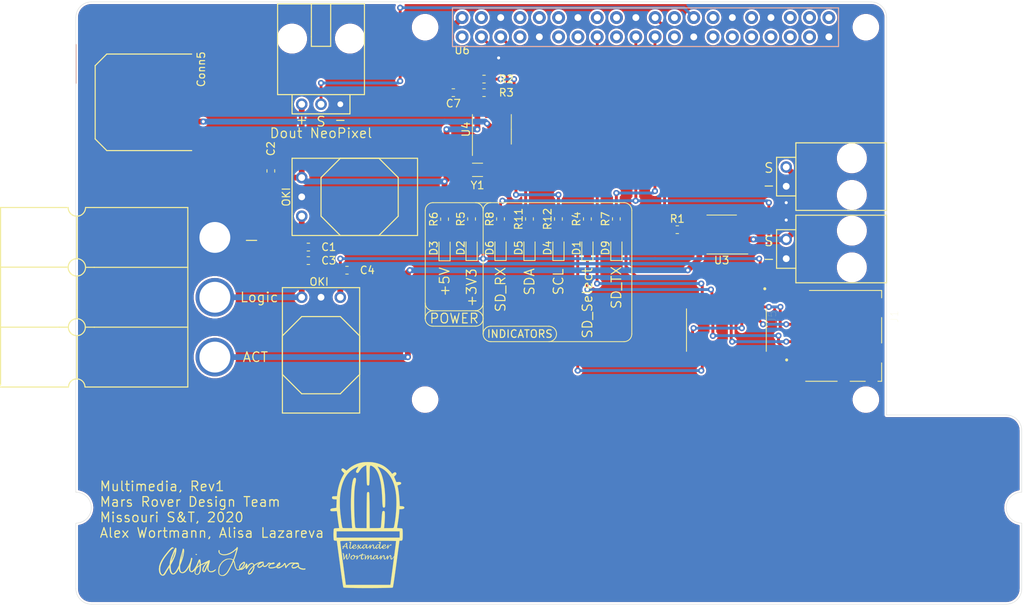
<source format=kicad_pcb>
(kicad_pcb (version 20171130) (host pcbnew "(5.1.6)-1")
  (layers (0 F.Cu signal) (31 B.Cu signal) (34 B.Paste user) (35 F.Paste user) (36 B.SilkS user) (37 F.SilkS user) (38 B.Mask user) (39 F.Mask user) (44 Edge.Cuts user))
  (net 0 "")
  (net 1 +12V)
  (net 2 GND)
  (net 3 +5V)
  (net 4 +3V3)
  (net 5 +12VA)
  (net 6 "Net-(Conn2-Pad1)")
  (net 7 Dout_NeoPixel)
  (net 8 "Net-(D1-Pad2)")
  (net 9 "Net-(D1-Pad1)")
  (net 10 "Net-(D2-Pad2)")
  (net 11 "Net-(D3-Pad2)")
  (net 12 "Net-(D4-Pad2)")
  (net 13 "Net-(D5-Pad2)")
  (net 14 "Net-(D6-Pad2)")
  (net 15 "Net-(D9-Pad2)")
  (net 16 "Net-(J1-Pad8)")
  (net 17 SD_RX)
  (net 18 "Net-(J1-Pad5)")
  (net 19 LightToggle)
  (net 20 "Net-(R1-Pad2)")
  (net 21 SDA)
  (net 22 SCL)
  (net 23 "Net-(R4-Pad2)")
  (net 24 SD_TX)
  (net 25 SD_Select)
  (net 26 "Net-(U4-Pad1)")
  (net 27 "Net-(U4-Pad2)")
  (net 28 "Net-(U4-Pad7)")
  (net 29 "Net-(U5-Pad3)")
  (net 30 "Net-(U5-Pad12)")
  (net 31 "Net-(U5-Pad15)")
  (net 32 "Net-(U6-Pad1)")
  (net 33 "Net-(U6-Pad4)")
  (net 34 "Net-(U6-Pad7)")
  (net 35 "Net-(U6-Pad8)")
  (net 36 "Net-(U6-Pad10)")
  (net 37 "Net-(U6-Pad11)")
  (net 38 "Net-(U6-Pad12)")
  (net 39 "Net-(U6-Pad16)")
  (net 40 "Net-(U6-Pad17)")
  (net 41 "Net-(U6-Pad23)")
  (net 42 "Net-(U6-Pad24)")
  (net 43 "Net-(U6-Pad27)")
  (net 44 "Net-(U6-Pad28)")
  (net 45 "Net-(U6-Pad29)")
  (net 46 "Net-(U6-Pad31)")
  (net 47 "Net-(U6-Pad32)")
  (net 48 "Net-(U6-Pad33)")
  (net 49 "Net-(U6-Pad35)")
  (net 50 "Net-(U6-Pad36)")
  (net 51 "Net-(U6-Pad37)")
  (net 52 "Net-(U6-Pad38)")
  (net 53 "Net-(U6-Pad40)")
  (net 54 "Net-(J1-Pad1)")
  (net 55 "Net-(J1-Pad3)")
  (net 56 "Net-(U6-Pad13)")
  (net 57 +5VA)
  (module Sigs:PricklySig (layer F.Cu) (at 134.112 111.252)
    (fp_text reference G*** hide)
    (fp_text value LOGO hide)
  )
  (module Sigs:Alisa_Lazareva_21mmx9mm (layer F.Cu) (at 116.332 114.808)
    (fp_text reference G*** hide)
    (fp_text value LOGO hide)
  )
  (module MRDT_Shields:RaspberryPi_THT_BOTTOM (layer F.Cu) (at 95.783001 96.291001)
    (fp_text reference U6 (at 50.8 -47.506) (layer F.SilkS))
    (fp_text value Raspberry_Pi)
    (pad 1 thru_hole circle (at 50.8 -49.276) (size 1.7 1.7) (drill 0.9) (layers *.Cu *.Mask) (net 32 "Net-(U6-Pad1)"))
    (pad 2 thru_hole circle (at 50.8 -51.816) (size 1.7 1.7) (drill 0.9) (layers *.Cu *.Mask) (net 3 +5V))
    (pad 3 thru_hole circle (at 53.34 -49.276) (size 1.7 1.7) (drill 0.9) (layers *.Cu *.Mask) (net 21 SDA))
    (pad 4 thru_hole circle (at 53.34 -51.816) (size 1.7 1.7) (drill 0.9) (layers *.Cu *.Mask) (net 33 "Net-(U6-Pad4)"))
    (pad 5 thru_hole circle (at 55.88 -49.276) (size 1.7 1.7) (drill 0.9) (layers *.Cu *.Mask) (net 22 SCL))
    (pad 6 thru_hole circle (at 55.88 -51.816) (size 1.7 1.7) (drill 0.9) (layers *.Cu *.Mask) (net 2 GND))
    (pad 7 thru_hole circle (at 58.42 -49.276) (size 1.7 1.7) (drill 0.9) (layers *.Cu *.Mask) (net 34 "Net-(U6-Pad7)"))
    (pad 8 thru_hole circle (at 58.42 -51.816) (size 1.7 1.7) (drill 0.9) (layers *.Cu *.Mask) (net 35 "Net-(U6-Pad8)"))
    (pad 9 thru_hole circle (at 60.96 -49.276) (size 1.7 1.7) (drill 0.9) (layers *.Cu *.Mask) (net 2 GND))
    (pad 10 thru_hole circle (at 60.96 -51.816) (size 1.7 1.7) (drill 0.9) (layers *.Cu *.Mask) (net 36 "Net-(U6-Pad10)"))
    (pad 11 thru_hole circle (at 63.5 -49.276) (size 1.7 1.7) (drill 0.9) (layers *.Cu *.Mask) (net 37 "Net-(U6-Pad11)"))
    (pad 12 thru_hole circle (at 63.5 -51.816) (size 1.7 1.7) (drill 0.9) (layers *.Cu *.Mask) (net 38 "Net-(U6-Pad12)"))
    (pad 13 thru_hole circle (at 66.04 -49.276) (size 1.7 1.7) (drill 0.9) (layers *.Cu *.Mask) (net 56 "Net-(U6-Pad13)"))
    (pad 14 thru_hole circle (at 66.04 -51.816) (size 1.7 1.7) (drill 0.9) (layers *.Cu *.Mask) (net 2 GND))
    (pad 15 thru_hole circle (at 68.58 -49.276) (size 1.7 1.7) (drill 0.9) (layers *.Cu *.Mask) (net 25 SD_Select))
    (pad 16 thru_hole circle (at 68.58 -51.816) (size 1.7 1.7) (drill 0.9) (layers *.Cu *.Mask) (net 39 "Net-(U6-Pad16)"))
    (pad 17 thru_hole circle (at 71.12 -49.276) (size 1.7 1.7) (drill 0.9) (layers *.Cu *.Mask) (net 40 "Net-(U6-Pad17)"))
    (pad 18 thru_hole circle (at 71.12 -51.816) (size 1.7 1.7) (drill 0.9) (layers *.Cu *.Mask))
    (pad 19 thru_hole circle (at 73.66 -49.276) (size 1.7 1.7) (drill 0.9) (layers *.Cu *.Mask) (net 17 SD_RX))
    (pad 20 thru_hole circle (at 73.66 -51.816) (size 1.7 1.7) (drill 0.9) (layers *.Cu *.Mask) (net 2 GND))
    (pad 21 thru_hole circle (at 76.2 -49.276) (size 1.7 1.7) (drill 0.9) (layers *.Cu *.Mask) (net 24 SD_TX))
    (pad 22 thru_hole circle (at 76.2 -51.816) (size 1.7 1.7) (drill 0.9) (layers *.Cu *.Mask) (net 19 LightToggle))
    (pad 23 thru_hole circle (at 78.74 -49.276) (size 1.7 1.7) (drill 0.9) (layers *.Cu *.Mask) (net 41 "Net-(U6-Pad23)"))
    (pad 24 thru_hole circle (at 78.74 -51.816) (size 1.7 1.7) (drill 0.9) (layers *.Cu *.Mask) (net 42 "Net-(U6-Pad24)"))
    (pad 25 thru_hole circle (at 81.28 -49.276) (size 1.7 1.7) (drill 0.9) (layers *.Cu *.Mask) (net 2 GND))
    (pad 26 thru_hole circle (at 81.28 -51.816) (size 1.7 1.7) (drill 0.9) (layers *.Cu *.Mask) (net 7 Dout_NeoPixel))
    (pad 27 thru_hole circle (at 83.82 -49.276) (size 1.7 1.7) (drill 0.9) (layers *.Cu *.Mask) (net 43 "Net-(U6-Pad27)"))
    (pad 28 thru_hole circle (at 83.82 -51.816) (size 1.7 1.7) (drill 0.9) (layers *.Cu *.Mask) (net 44 "Net-(U6-Pad28)"))
    (pad 29 thru_hole circle (at 86.36 -49.276) (size 1.7 1.7) (drill 0.9) (layers *.Cu *.Mask) (net 45 "Net-(U6-Pad29)"))
    (pad 30 thru_hole circle (at 86.36 -51.816) (size 1.7 1.7) (drill 0.9) (layers *.Cu *.Mask) (net 2 GND))
    (pad 31 thru_hole circle (at 88.9 -49.276) (size 1.7 1.7) (drill 0.9) (layers *.Cu *.Mask) (net 46 "Net-(U6-Pad31)"))
    (pad 32 thru_hole circle (at 88.9 -51.816) (size 1.7 1.7) (drill 0.9) (layers *.Cu *.Mask) (net 47 "Net-(U6-Pad32)"))
    (pad 33 thru_hole circle (at 91.44 -49.276) (size 1.7 1.7) (drill 0.9) (layers *.Cu *.Mask) (net 48 "Net-(U6-Pad33)"))
    (pad 34 thru_hole circle (at 91.44 -51.816) (size 1.7 1.7) (drill 0.9) (layers *.Cu *.Mask) (net 2 GND))
    (pad 35 thru_hole circle (at 93.98 -49.276) (size 1.7 1.7) (drill 0.9) (layers *.Cu *.Mask) (net 49 "Net-(U6-Pad35)"))
    (pad 36 thru_hole circle (at 93.98 -51.816) (size 1.7 1.7) (drill 0.9) (layers *.Cu *.Mask) (net 50 "Net-(U6-Pad36)"))
    (pad 37 thru_hole circle (at 96.52 -49.276) (size 1.7 1.7) (drill 0.9) (layers *.Cu *.Mask) (net 51 "Net-(U6-Pad37)"))
    (pad 38 thru_hole circle (at 96.52 -51.816) (size 1.7 1.7) (drill 0.9) (layers *.Cu *.Mask) (net 52 "Net-(U6-Pad38)"))
    (pad 39 thru_hole circle (at 99.06 -49.276) (size 1.7 1.7) (drill 0.9) (layers *.Cu *.Mask) (net 2 GND))
    (pad 40 thru_hole circle (at 99.06 -51.816) (size 1.7 1.7) (drill 0.9) (layers *.Cu *.Mask) (net 53 "Net-(U6-Pad40)"))
    (pad "" np_thru_hole circle (at 45.93 -50.546) (size 3 3) (drill 3) (layers *.Cu *.Mask))
    (pad "" np_thru_hole circle (at 45.93 -1.546) (size 3 3) (drill 3) (layers *.Cu *.Mask))
    (pad "" np_thru_hole circle (at 103.93 -50.546) (size 3 3) (drill 3) (layers *.Cu *.Mask))
    (pad "" np_thru_hole circle (at 103.93 -1.546) (size 3 3) (drill 3) (layers *.Cu *.Mask))
  )
  (module Multimedia:SOP127P780X200-16N (layer F.Cu) (at 181.356 85.598 270)
    (fp_text reference U5 (at -1.595 -6.062 90) (layer F.SilkS) (effects (font (thickness 0.015))))
    (fp_text value 4050)
    (pad 1 smd rect (at -3.465 -4.445 270) (size 1.97 0.61) (layers F.Cu F.Paste F.Mask) (net 4 +3V3))
    (pad 2 smd rect (at -3.465 -3.175 270) (size 1.97 0.61) (layers F.Cu F.Paste F.Mask) (net 18 "Net-(J1-Pad5)"))
    (pad 3 smd rect (at -3.465 -1.905 270) (size 1.97 0.61) (layers F.Cu F.Paste F.Mask) (net 29 "Net-(U5-Pad3)"))
    (pad 4 smd rect (at -3.465 -0.635 270) (size 1.97 0.61) (layers F.Cu F.Paste F.Mask) (net 55 "Net-(J1-Pad3)"))
    (pad 5 smd rect (at -3.465 0.635 270) (size 1.97 0.61) (layers F.Cu F.Paste F.Mask) (net 24 SD_TX))
    (pad 6 smd rect (at -3.465 1.905 270) (size 1.97 0.61) (layers F.Cu F.Paste F.Mask) (net 9 "Net-(D1-Pad1)"))
    (pad 7 smd rect (at -3.465 3.175 270) (size 1.97 0.61) (layers F.Cu F.Paste F.Mask) (net 25 SD_Select))
    (pad 8 smd rect (at -3.465 4.445 270) (size 1.97 0.61) (layers F.Cu F.Paste F.Mask) (net 2 GND))
    (pad 9 smd rect (at 3.465 4.445 270) (size 1.97 0.61) (layers F.Cu F.Paste F.Mask) (net 29 "Net-(U5-Pad3)"))
    (pad 10 smd rect (at 3.465 3.175 270) (size 1.97 0.61) (layers F.Cu F.Paste F.Mask) (net 23 "Net-(R4-Pad2)"))
    (pad 11 smd rect (at 3.465 1.905 270) (size 1.97 0.61) (layers F.Cu F.Paste F.Mask) (net 2 GND))
    (pad 12 smd rect (at 3.465 0.635 270) (size 1.97 0.61) (layers F.Cu F.Paste F.Mask) (net 30 "Net-(U5-Pad12)"))
    (pad 13 smd rect (at 3.465 -0.635 270) (size 1.97 0.61) (layers F.Cu F.Paste F.Mask))
    (pad 14 smd rect (at 3.465 -1.905 270) (size 1.97 0.61) (layers F.Cu F.Paste F.Mask) (net 2 GND))
    (pad 15 smd rect (at 3.465 -3.175 270) (size 1.97 0.61) (layers F.Cu F.Paste F.Mask) (net 31 "Net-(U5-Pad15)"))
    (pad 16 smd rect (at 3.465 -4.445 270) (size 1.97 0.61) (layers F.Cu F.Paste F.Mask))
  )
  (module Multimedia:MOLEX_104031-0811 (layer F.Cu) (at 196.088 86.36 270)
    (fp_text reference J1 (at -2.545225 -7.385735 90) (layer F.SilkS) (effects (font (size 1.002071 1.002071) (thickness 0.015))))
    (fp_text value 104031-0811)
    (pad G1 smd rect (at 5.565 5.325 270) (size 1.55 1.35) (layers F.Cu F.Paste F.Mask) (net 2 GND))
    (pad G2 smd rect (at -5.755 5.1 270) (size 1.17 1.8) (layers F.Cu F.Paste F.Mask) (net 2 GND))
    (pad G4 smd rect (at 2.24 -5.375 270) (size 1.9 1.35) (layers F.Cu F.Paste F.Mask) (net 2 GND))
    (pad G3 smd rect (at -3.73 -5.375 270) (size 1.9 1.35) (layers F.Cu F.Paste F.Mask) (net 2 GND))
    (pad 10 smd rect (at 5.74 -4.4 270) (size 1.2 1) (layers F.Cu F.Paste F.Mask) (net 2 GND))
    (pad 9 smd rect (at 5.74 -0.7 270) (size 1.2 1) (layers F.Cu F.Paste F.Mask) (net 2 GND))
    (pad 1 smd rect (at 3.105 5.45 270) (size 0.85 1.1) (layers F.Cu F.Paste F.Mask) (net 54 "Net-(J1-Pad1)"))
    (pad 2 smd rect (at 2.005 5.45 270) (size 0.85 1.1) (layers F.Cu F.Paste F.Mask) (net 9 "Net-(D1-Pad1)"))
    (pad 3 smd rect (at 0.905 5.45 270) (size 0.85 1.1) (layers F.Cu F.Paste F.Mask) (net 55 "Net-(J1-Pad3)"))
    (pad 4 smd rect (at -0.195 5.45 270) (size 0.85 1.1) (layers F.Cu F.Paste F.Mask) (net 4 +3V3))
    (pad 5 smd rect (at -1.295 5.45 270) (size 0.85 1.1) (layers F.Cu F.Paste F.Mask) (net 18 "Net-(J1-Pad5)"))
    (pad 6 smd rect (at -2.395 5.45 270) (size 0.85 1.1) (layers F.Cu F.Paste F.Mask) (net 2 GND))
    (pad 7 smd rect (at -3.495 5.45 270) (size 0.85 1.1) (layers F.Cu F.Paste F.Mask) (net 17 SD_RX))
    (pad 8 smd rect (at -4.545 5.45 270) (size 0.75 1.1) (layers F.Cu F.Paste F.Mask) (net 16 "Net-(J1-Pad8)"))
  )
  (module Capacitor_SMD:C_0603_1608Metric_Pad1.05x0.95mm_HandSolder (layer F.Cu) (at 126.351 74.676)
    (fp_text reference C1 (at 2.681 0) (layer F.SilkS))
    (fp_text value 10uF)
    (pad 1 smd roundrect (at -0.875 0) (size 1.05 0.95) (layers F.Cu F.Paste F.Mask) (net 1 +12V))
    (pad 2 smd roundrect (at 0.875 0) (size 1.05 0.95) (layers F.Cu F.Paste F.Mask) (net 2 GND))
  )
  (module Capacitor_SMD:C_0603_1608Metric_Pad1.05x0.95mm_HandSolder (layer F.Cu) (at 121.412 64.657 90)
    (fp_text reference C2 (at 2.935 0 90) (layer F.SilkS))
    (fp_text value 10uF)
    (pad 2 smd roundrect (at 0.875 0 90) (size 1.05 0.95) (layers F.Cu F.Paste F.Mask) (net 2 GND))
    (pad 1 smd roundrect (at -0.875 0 90) (size 1.05 0.95) (layers F.Cu F.Paste F.Mask) (net 3 +5V))
  )
  (module Capacitor_SMD:C_0603_1608Metric_Pad1.05x0.95mm_HandSolder (layer F.Cu) (at 126.351 76.454)
    (fp_text reference C3 (at 2.681 0) (layer F.SilkS))
    (fp_text value 10uF)
    (pad 1 smd roundrect (at -0.875 0) (size 1.05 0.95) (layers F.Cu F.Paste F.Mask) (net 1 +12V))
    (pad 2 smd roundrect (at 0.875 0) (size 1.05 0.95) (layers F.Cu F.Paste F.Mask) (net 2 GND))
  )
  (module Capacitor_SMD:C_0603_1608Metric_Pad1.05x0.95mm_HandSolder (layer F.Cu) (at 131.431 77.724)
    (fp_text reference C4 (at 2.681 0) (layer F.SilkS))
    (fp_text value 10uF)
    (pad 2 smd roundrect (at 0.875 0) (size 1.05 0.95) (layers F.Cu F.Paste F.Mask) (net 2 GND))
    (pad 1 smd roundrect (at -0.875 0) (size 1.05 0.95) (layers F.Cu F.Paste F.Mask) (net 4 +3V3))
  )
  (module Capacitor_SMD:C_0603_1608Metric_Pad1.05x0.95mm_HandSolder (layer F.Cu) (at 145.429 54.356 180)
    (fp_text reference C7 (at 0 -1.43) (layer F.SilkS))
    (fp_text value 10uF)
    (pad 1 smd roundrect (at -0.875 0 180) (size 1.05 0.95) (layers F.Cu F.Paste F.Mask) (net 3 +5V))
    (pad 2 smd roundrect (at 0.875 0 180) (size 1.05 0.95) (layers F.Cu F.Paste F.Mask) (net 2 GND))
  )
  (module MRDT_Connectors:Anderson_3_Horizontal_Side_by_Side (layer F.Cu) (at 114.046 73.406)
    (fp_text reference Conn1 hide)
    (fp_text value Multimedia)
    (pad 3 thru_hole circle (at 0 15.748) (size 5.08 5.08) (drill 4.06) (layers *.Cu *.Mask F.Paste) (net 5 +12VA))
    (pad 2 thru_hole circle (at 0 7.874) (size 5.08 5.08) (drill 4.06) (layers *.Cu *.Mask F.Paste) (net 1 +12V))
    (pad 1 thru_hole circle (at 0 0) (size 5.08 5.08) (drill 4.06) (layers *.Cu *.Mask F.Paste) (net 2 GND))
  )
  (module MRDT_Connectors:MOLEX_SL_02_Horizontal (layer F.Cu) (at 189.23 64.137 270)
    (fp_text reference Conn2 hide)
    (fp_text value Molex_SL_02)
    (pad "" np_thru_hole circle (at -1.145 -8.64 270) (size 3.45 3.45) (drill 3.45) (layers *.Cu *.Mask))
    (pad 1 thru_hole circle (at 0 0 270) (size 1.524 1.524) (drill 0.9) (layers *.Cu *.Mask) (net 6 "Net-(Conn2-Pad1)"))
    (pad 2 thru_hole circle (at 2.54 0 270) (size 1.524 1.524) (drill 0.9) (layers *.Cu *.Mask) (net 2 GND))
    (pad "" np_thru_hole circle (at 3.683 -8.636 270) (size 3.45 3.45) (drill 3.45) (layers *.Cu *.Mask))
  )
  (module MRDT_Connectors:MOLEX_SL_02_Horizontal (layer F.Cu) (at 189.23 73.66 270)
    (fp_text reference Conn3 hide)
    (fp_text value Molex_SL_02)
    (pad "" np_thru_hole circle (at 3.683 -8.636 270) (size 3.45 3.45) (drill 3.45) (layers *.Cu *.Mask))
    (pad 2 thru_hole circle (at 2.54 0 270) (size 1.524 1.524) (drill 0.9) (layers *.Cu *.Mask) (net 2 GND))
    (pad 1 thru_hole circle (at 0 0 270) (size 1.524 1.524) (drill 0.9) (layers *.Cu *.Mask) (net 6 "Net-(Conn2-Pad1)"))
    (pad "" np_thru_hole circle (at -1.145 -8.64 270) (size 3.45 3.45) (drill 3.45) (layers *.Cu *.Mask))
  )
  (module MRDT_Connectors:MOLEX_SL_03_Horizontal (layer F.Cu) (at 125.476 55.88)
    (fp_text reference Conn4 hide)
    (fp_text value Molex_SL_03)
    (pad 1 thru_hole circle (at 0 0) (size 1.524 1.524) (drill 0.9) (layers *.Cu *.Mask) (net 3 +5V))
    (pad 2 thru_hole circle (at 2.54 0) (size 1.524 1.524) (drill 0.9) (layers *.Cu *.Mask) (net 7 Dout_NeoPixel))
    (pad 3 thru_hole circle (at 5.08 0) (size 1.524 1.524) (drill 0.762) (layers *.Cu *.Mask) (net 2 GND))
    (pad "" np_thru_hole circle (at -1.27 -8.636) (size 3.45 3.45) (drill 3.45) (layers *.Cu *.Mask))
    (pad "" np_thru_hole circle (at 6.35 -8.636) (size 3.45 3.45) (drill 3.45) (layers *.Cu *.Mask))
  )
  (module MRDT_Connectors:CR1220_Battery_Holder (layer F.Cu) (at 105.918 63.246 90)
    (fp_text reference Conn5 (at 11.9634 6.3246 90) (layer F.SilkS))
    (fp_text value 12mm_Coin_Cell_Battery_Holder)
    (pad 1 smd rect (at 0 0 90) (size 2.54 6.35) (layers F.Cu F.Paste F.Mask))
    (pad 1 smd rect (at 15.24 0 90) (size 2.54 6.35) (layers F.Cu F.Paste F.Mask))
    (pad 2 smd circle (at 7.62 0 90) (size 10.16 10.16) (layers F.Cu F.Paste F.Mask) (net 57 +5VA))
  )
  (module LED_SMD:LED_0603_1608Metric_Pad1.05x0.95mm_HandSolder (layer F.Cu) (at 163.068 74.789 90)
    (fp_text reference D1 (at 0 -1.43 90) (layer F.SilkS))
    (fp_text value SD_Select)
    (pad 2 smd roundrect (at 0.875 0 90) (size 1.05 0.95) (layers F.Cu F.Paste F.Mask) (net 8 "Net-(D1-Pad2)"))
    (pad 1 smd roundrect (at -0.875 0 90) (size 1.05 0.95) (layers F.Cu F.Paste F.Mask) (net 9 "Net-(D1-Pad1)"))
  )
  (module LED_SMD:LED_0603_1608Metric_Pad1.05x0.95mm_HandSolder (layer F.Cu) (at 147.828 74.789 90)
    (fp_text reference D2 (at 0 -1.43 90) (layer F.SilkS))
    (fp_text value GREEN)
    (pad 1 smd roundrect (at -0.875 0 90) (size 1.05 0.95) (layers F.Cu F.Paste F.Mask) (net 2 GND))
    (pad 2 smd roundrect (at 0.875 0 90) (size 1.05 0.95) (layers F.Cu F.Paste F.Mask) (net 10 "Net-(D2-Pad2)"))
  )
  (module LED_SMD:LED_0603_1608Metric_Pad1.05x0.95mm_HandSolder (layer F.Cu) (at 144.272 74.817 90)
    (fp_text reference D3 (at 0 -1.43 90) (layer F.SilkS))
    (fp_text value GREEN)
    (pad 1 smd roundrect (at -0.875 0 90) (size 1.05 0.95) (layers F.Cu F.Paste F.Mask) (net 2 GND))
    (pad 2 smd roundrect (at 0.875 0 90) (size 1.05 0.95) (layers F.Cu F.Paste F.Mask) (net 11 "Net-(D3-Pad2)"))
  )
  (module LED_SMD:LED_0603_1608Metric_Pad1.05x0.95mm_HandSolder (layer F.Cu) (at 159.258 74.789 90)
    (fp_text reference D4 (at 0 -1.43 90) (layer F.SilkS))
    (fp_text value BLUE)
    (pad 1 smd roundrect (at -0.875 0 90) (size 1.05 0.95) (layers F.Cu F.Paste F.Mask) (net 2 GND))
    (pad 2 smd roundrect (at 0.875 0 90) (size 1.05 0.95) (layers F.Cu F.Paste F.Mask) (net 12 "Net-(D4-Pad2)"))
  )
  (module LED_SMD:LED_0603_1608Metric_Pad1.05x0.95mm_HandSolder (layer F.Cu) (at 155.448 74.789 90)
    (fp_text reference D5 (at 0 -1.43 90) (layer F.SilkS))
    (fp_text value BLUE)
    (pad 2 smd roundrect (at 0.875 0 90) (size 1.05 0.95) (layers F.Cu F.Paste F.Mask) (net 13 "Net-(D5-Pad2)"))
    (pad 1 smd roundrect (at -0.875 0 90) (size 1.05 0.95) (layers F.Cu F.Paste F.Mask) (net 2 GND))
  )
  (module LED_SMD:LED_0603_1608Metric_Pad1.05x0.95mm_HandSolder (layer F.Cu) (at 151.638 74.789 90)
    (fp_text reference D6 (at 0 -1.43 90) (layer F.SilkS))
    (fp_text value BLUE)
    (pad 2 smd roundrect (at 0.875 0 90) (size 1.05 0.95) (layers F.Cu F.Paste F.Mask) (net 14 "Net-(D6-Pad2)"))
    (pad 1 smd roundrect (at -0.875 0 90) (size 1.05 0.95) (layers F.Cu F.Paste F.Mask) (net 2 GND))
  )
  (module LED_SMD:LED_0603_1608Metric_Pad1.05x0.95mm_HandSolder (layer F.Cu) (at 166.878 74.789 90)
    (fp_text reference D9 (at 0 -1.43 90) (layer F.SilkS))
    (fp_text value BLUE)
    (pad 1 smd roundrect (at -0.875 0 90) (size 1.05 0.95) (layers F.Cu F.Paste F.Mask) (net 2 GND))
    (pad 2 smd roundrect (at 0.875 0 90) (size 1.05 0.95) (layers F.Cu F.Paste F.Mask) (net 15 "Net-(D9-Pad2)"))
  )
  (module Resistor_SMD:R_0603_1608Metric_Pad1.05x0.95mm_HandSolder (layer F.Cu) (at 174.893 72.39)
    (fp_text reference R1 (at 0 -1.43) (layer F.SilkS))
    (fp_text value 480)
    (pad 1 smd roundrect (at -0.875 0) (size 1.05 0.95) (layers F.Cu F.Paste F.Mask) (net 19 LightToggle))
    (pad 2 smd roundrect (at 0.875 0) (size 1.05 0.95) (layers F.Cu F.Paste F.Mask) (net 20 "Net-(R1-Pad2)"))
  )
  (module Resistor_SMD:R_0603_1608Metric_Pad1.05x0.95mm_HandSolder (layer F.Cu) (at 149.465 52.578)
    (fp_text reference R2 (at 2.935 0) (layer F.SilkS))
    (fp_text value 1K)
    (pad 1 smd roundrect (at -0.875 0) (size 1.05 0.95) (layers F.Cu F.Paste F.Mask) (net 3 +5V))
    (pad 2 smd roundrect (at 0.875 0) (size 1.05 0.95) (layers F.Cu F.Paste F.Mask) (net 21 SDA))
  )
  (module Resistor_SMD:R_0603_1608Metric_Pad1.05x0.95mm_HandSolder (layer F.Cu) (at 149.465 54.356)
    (fp_text reference R3 (at 2.935 0) (layer F.SilkS))
    (fp_text value 1K)
    (pad 2 smd roundrect (at 0.875 0) (size 1.05 0.95) (layers F.Cu F.Paste F.Mask) (net 22 SCL))
    (pad 1 smd roundrect (at -0.875 0) (size 1.05 0.95) (layers F.Cu F.Paste F.Mask) (net 3 +5V))
  )
  (module Resistor_SMD:R_0603_1608Metric_Pad1.05x0.95mm_HandSolder (layer F.Cu) (at 163.068 70.979 90)
    (fp_text reference R4 (at 0 -1.43 90) (layer F.SilkS))
    (fp_text value 330)
    (pad 2 smd roundrect (at 0.875 0 90) (size 1.05 0.95) (layers F.Cu F.Paste F.Mask) (net 23 "Net-(R4-Pad2)"))
    (pad 1 smd roundrect (at -0.875 0 90) (size 1.05 0.95) (layers F.Cu F.Paste F.Mask) (net 8 "Net-(D1-Pad2)"))
  )
  (module Resistor_SMD:R_0603_1608Metric_Pad1.05x0.95mm_HandSolder (layer F.Cu) (at 147.828 70.979 90)
    (fp_text reference R5 (at 0 -1.43 90) (layer F.SilkS))
    (fp_text value 330)
    (pad 2 smd roundrect (at 0.875 0 90) (size 1.05 0.95) (layers F.Cu F.Paste F.Mask) (net 4 +3V3))
    (pad 1 smd roundrect (at -0.875 0 90) (size 1.05 0.95) (layers F.Cu F.Paste F.Mask) (net 10 "Net-(D2-Pad2)"))
  )
  (module Resistor_SMD:R_0603_1608Metric_Pad1.05x0.95mm_HandSolder (layer F.Cu) (at 144.272 71.007 90)
    (fp_text reference R6 (at 0 -1.43 90) (layer F.SilkS))
    (fp_text value 480)
    (pad 1 smd roundrect (at -0.875 0 90) (size 1.05 0.95) (layers F.Cu F.Paste F.Mask) (net 11 "Net-(D3-Pad2)"))
    (pad 2 smd roundrect (at 0.875 0 90) (size 1.05 0.95) (layers F.Cu F.Paste F.Mask) (net 3 +5V))
  )
  (module Resistor_SMD:R_0603_1608Metric_Pad1.05x0.95mm_HandSolder (layer F.Cu) (at 166.878 70.979 90)
    (fp_text reference R7 (at 0 -1.43 90) (layer F.SilkS))
    (fp_text value 480)
    (pad 2 smd roundrect (at 0.875 0 90) (size 1.05 0.95) (layers F.Cu F.Paste F.Mask) (net 24 SD_TX))
    (pad 1 smd roundrect (at -0.875 0 90) (size 1.05 0.95) (layers F.Cu F.Paste F.Mask) (net 15 "Net-(D9-Pad2)"))
  )
  (module Resistor_SMD:R_0603_1608Metric_Pad1.05x0.95mm_HandSolder (layer F.Cu) (at 151.638 70.979 90)
    (fp_text reference R8 (at 0 -1.43 90) (layer F.SilkS))
    (fp_text value 480)
    (pad 2 smd roundrect (at 0.875 0 90) (size 1.05 0.95) (layers F.Cu F.Paste F.Mask) (net 17 SD_RX))
    (pad 1 smd roundrect (at -0.875 0 90) (size 1.05 0.95) (layers F.Cu F.Paste F.Mask) (net 14 "Net-(D6-Pad2)"))
  )
  (module Resistor_SMD:R_0603_1608Metric_Pad1.05x0.95mm_HandSolder (layer F.Cu) (at 155.448 70.979 90)
    (fp_text reference R11 (at 0 -1.43 90) (layer F.SilkS))
    (fp_text value 480)
    (pad 1 smd roundrect (at -0.875 0 90) (size 1.05 0.95) (layers F.Cu F.Paste F.Mask) (net 13 "Net-(D5-Pad2)"))
    (pad 2 smd roundrect (at 0.875 0 90) (size 1.05 0.95) (layers F.Cu F.Paste F.Mask) (net 21 SDA))
  )
  (module Resistor_SMD:R_0603_1608Metric_Pad1.05x0.95mm_HandSolder (layer F.Cu) (at 159.258 70.979 90)
    (fp_text reference R12 (at 0 -1.43 90) (layer F.SilkS))
    (fp_text value 480)
    (pad 1 smd roundrect (at -0.875 0 90) (size 1.05 0.95) (layers F.Cu F.Paste F.Mask) (net 12 "Net-(D4-Pad2)"))
    (pad 2 smd roundrect (at 0.875 0 90) (size 1.05 0.95) (layers F.Cu F.Paste F.Mask) (net 22 SCL))
  )
  (module MRDT_Devices:OKI_Horizontal (layer F.Cu) (at 125.476 70.612 90)
    (fp_text reference U1 hide)
    (fp_text value OKI (at 2.54 -2.032 90) (layer F.SilkS))
    (pad 1 thru_hole circle (at 0 0 90) (size 1.524 1.524) (drill 0.889) (layers *.Cu *.Mask) (net 1 +12V))
    (pad 2 thru_hole circle (at 2.54 0 90) (size 1.524 1.524) (drill 0.889) (layers *.Cu *.Mask) (net 2 GND))
    (pad 3 thru_hole circle (at 5.08 0 90) (size 1.524 1.524) (drill 0.889) (layers *.Cu *.Mask) (net 3 +5V))
  )
  (module MRDT_Devices:OKI_Horizontal (layer F.Cu) (at 125.476 81.28)
    (fp_text reference U2 hide)
    (fp_text value OKI (at 2.286 -2.032) (layer F.SilkS))
    (pad 3 thru_hole circle (at 5.08 0) (size 1.524 1.524) (drill 0.889) (layers *.Cu *.Mask) (net 4 +3V3))
    (pad 2 thru_hole circle (at 2.54 0) (size 1.524 1.524) (drill 0.889) (layers *.Cu *.Mask) (net 2 GND))
    (pad 1 thru_hole circle (at 0 0) (size 1.524 1.524) (drill 0.889) (layers *.Cu *.Mask) (net 1 +12V))
  )
  (module Package_SO:HTSOP-8-1EP_3.9x4.9mm_P1.27mm_EP2.4x3.2mm (layer F.Cu) (at 180.738 73.025 180)
    (fp_text reference U3 (at 0 -3.4) (layer F.SilkS))
    (fp_text value BDJ2GA5WEFJ)
    (pad 9 smd roundrect (at 0 0 180) (size 2.4 3.2) (layers F.Cu F.Mask) (roundrect_rratio 0.104167))
    (pad 1 smd roundrect (at -2.65 -1.905 180) (size 1.6 0.6) (layers F.Cu F.Paste F.Mask) (net 6 "Net-(Conn2-Pad1)"))
    (pad 2 smd roundrect (at -2.65 -0.635 180) (size 1.6 0.6) (layers F.Cu F.Paste F.Mask) (net 6 "Net-(Conn2-Pad1)"))
    (pad 3 smd roundrect (at -2.65 0.635 180) (size 1.6 0.6) (layers F.Cu F.Paste F.Mask) (net 2 GND))
    (pad 4 smd roundrect (at -2.65 1.905 180) (size 1.6 0.6) (layers F.Cu F.Paste F.Mask))
    (pad 5 smd roundrect (at 2.65 1.905 180) (size 1.6 0.6) (layers F.Cu F.Paste F.Mask))
    (pad 6 smd roundrect (at 2.65 0.635 180) (size 1.6 0.6) (layers F.Cu F.Paste F.Mask) (net 20 "Net-(R1-Pad2)"))
    (pad 7 smd roundrect (at 2.65 -0.635 180) (size 1.6 0.6) (layers F.Cu F.Paste F.Mask))
    (pad 8 smd roundrect (at 2.65 -1.905 180) (size 1.6 0.6) (layers F.Cu F.Paste F.Mask) (net 5 +12VA))
  )
  (module Package_SO:SOIC-8_3.9x4.9mm_P1.27mm (layer F.Cu) (at 150.495 59.182 90)
    (fp_text reference U4 (at 0 -3.4 90) (layer F.SilkS))
    (fp_text value DS1307Z+)
    (pad 1 smd roundrect (at -2.475 -1.905 90) (size 1.95 0.6) (layers F.Cu F.Paste F.Mask) (net 26 "Net-(U4-Pad1)"))
    (pad 2 smd roundrect (at -2.475 -0.635 90) (size 1.95 0.6) (layers F.Cu F.Paste F.Mask) (net 27 "Net-(U4-Pad2)"))
    (pad 3 smd roundrect (at -2.475 0.635 90) (size 1.95 0.6) (layers F.Cu F.Paste F.Mask) (net 57 +5VA))
    (pad 4 smd roundrect (at -2.475 1.905 90) (size 1.95 0.6) (layers F.Cu F.Paste F.Mask) (net 2 GND))
    (pad 5 smd roundrect (at 2.475 1.905 90) (size 1.95 0.6) (layers F.Cu F.Paste F.Mask) (net 21 SDA))
    (pad 6 smd roundrect (at 2.475 0.635 90) (size 1.95 0.6) (layers F.Cu F.Paste F.Mask) (net 22 SCL))
    (pad 7 smd roundrect (at 2.475 -0.635 90) (size 1.95 0.6) (layers F.Cu F.Paste F.Mask) (net 28 "Net-(U4-Pad7)"))
    (pad 8 smd roundrect (at 2.475 -1.905 90) (size 1.95 0.6) (layers F.Cu F.Paste F.Mask) (net 3 +5V))
  )
  (module Crystal:Crystal_SMD_3215-2Pin_3.2x1.5mm (layer F.Cu) (at 148.61 64.516)
    (fp_text reference Y1 (at 0 2.032) (layer F.SilkS))
    (fp_text value 32.768KHz)
    (pad 1 smd rect (at 1.25 0) (size 1 1.8) (layers F.Cu F.Paste F.Mask) (net 27 "Net-(U4-Pad2)"))
    (pad 2 smd rect (at -1.25 0) (size 1 1.8) (layers F.Cu F.Paste F.Mask) (net 26 "Net-(U4-Pad1)"))
  )
  (gr_line (start 157.988 85.09) (end 150.368 85.09) (layer F.SilkS) (width 0.12))
  (gr_arc (start 157.988 86.106) (end 157.988 87.122) (angle -180) (layer F.SilkS) (width 0.12))
  (gr_text INDICATORS (at 154.178 86.106) (layer F.SilkS) (effects (font (size 1 1))))
  (gr_arc (start 150.368 86.106) (end 150.368 85.09) (angle -90) (layer F.SilkS) (width 0.12))
  (gr_arc (start 167.894 69.85) (end 168.91 69.85) (angle -90) (layer F.SilkS) (width 0.12))
  (gr_arc (start 167.894 86.106) (end 167.894 87.122) (angle -90) (layer F.SilkS) (width 0.12))
  (gr_arc (start 150.368 69.85) (end 150.368 68.834) (angle -90) (layer F.SilkS) (width 0.12))
  (gr_arc (start 148.336 69.85) (end 149.352 69.85) (angle -90) (layer F.SilkS) (width 0.12))
  (gr_arc (start 142.748 69.85) (end 142.748 68.834) (angle -90) (layer F.SilkS) (width 0.12))
  (gr_line (start 148.336 85.09) (end 142.748 85.09) (layer F.SilkS) (width 0.12))
  (gr_arc (start 148.336 84.074) (end 148.336 85.09) (angle -90) (layer F.SilkS) (width 0.12))
  (gr_arc (start 142.748 84.074) (end 141.732 84.074) (angle -90) (layer F.SilkS) (width 0.12))
  (gr_text POWER (at 145.542 84.074) (layer F.SilkS) (effects (font (size 1.27 1.27))))
  (gr_line (start 149.352 82.042) (end 149.352 69.85) (layer F.SilkS) (width 0.12))
  (gr_arc (start 148.336 82.042) (end 148.336 83.058) (angle -90) (layer F.SilkS) (width 0.12))
  (gr_arc (start 142.748 84.074) (end 142.748 83.058) (angle -90) (layer F.SilkS) (width 0.12))
  (gr_arc (start 142.748 82.042) (end 141.732 82.042) (angle -90) (layer F.SilkS) (width 0.12))
  (gr_arc (start 148.336 84.074) (end 149.352 84.074) (angle -90) (layer F.SilkS) (width 0.12))
  (gr_arc (start 150.368 86.106) (end 149.352 86.106) (angle -90) (layer F.SilkS) (width 0.12))
  (gr_line (start 149.352 82.042) (end 149.352 86.106) (layer F.SilkS) (width 0.12))
  (gr_line (start 142.748 83.058) (end 148.336 83.058) (layer F.SilkS) (width 0.12))
  (gr_line (start 141.732 84.074) (end 141.732 69.85) (layer F.SilkS) (width 0.12))
  (gr_line (start 167.894 87.122) (end 150.368 87.122) (layer F.SilkS) (width 0.12))
  (gr_line (start 168.91 69.85) (end 168.91 86.106) (layer F.SilkS) (width 0.12))
  (gr_line (start 142.748 68.834) (end 167.894 68.834) (layer F.SilkS) (width 0.12))
  (gr_text SD_TX (at 166.878 80.01 90) (layer F.SilkS) (effects (font (size 1.27 1.27))))
  (gr_text SD_Select (at 163.068 82.042 90) (layer F.SilkS) (effects (font (size 1.27 1.27))))
  (gr_text SD_RX (at 151.638 80.264 90) (layer F.SilkS) (effects (font (size 1.27 1.27))))
  (gr_text SDA (at 155.448 79.248 90) (layer F.SilkS) (effects (font (size 1.27 1.27))))
  (gr_text SCL (at 159.258 79.248 90) (layer F.SilkS) (effects (font (size 1.27 1.27))))
  (gr_text +3V3 (at 147.828 80.01 90) (layer F.SilkS) (effects (font (size 1.27 1.27))))
  (gr_text +5V (at 144.272 79.248 90) (layer F.SilkS) (effects (font (size 1.27 1.27))))
  (gr_text - (at 186.944 76.2) (layer F.SilkS) (effects (font (size 1.27 1.27))))
  (gr_text S (at 186.944 73.914) (layer F.SilkS) (effects (font (size 1.27 1.27))))
  (gr_text - (at 186.944 66.548) (layer F.SilkS) (effects (font (size 1.27 1.27))))
  (gr_text S (at 186.944 64.262) (layer F.SilkS) (effects (font (size 1.27 1.27))))
  (gr_text ACT (at 119.38 89.154) (layer F.SilkS) (effects (font (size 1.27 1.27))))
  (gr_text Logic (at 119.888 81.28) (layer F.SilkS) (effects (font (size 1.27 1.27))))
  (gr_text - (at 118.872 73.66) (layer F.SilkS) (effects (font (size 1.778 1.778))))
  (gr_text S (at 128.016 58.166) (layer F.SilkS) (effects (font (size 1.27 1.27))))
  (gr_text - (at 130.556 57.912) (layer F.SilkS) (effects (font (size 1.27 1.27))))
  (gr_text + (at 125.476 57.912) (layer F.SilkS) (effects (font (size 1.27 1.27))))
  (gr_text "Dout NeoPixel" (at 128.016 59.69) (layer F.SilkS) (effects (font (size 1.27 1.27))))
  (gr_text "Multimedia, Rev1\nMars Rover Design Team\nMissouri S&T, 2020\nAlex Wortmann, Alisa Lazareva" (at 98.806 109.22) (layer F.SilkS) (effects (font (size 1.27 1.27) (thickness 0.1524)) (justify left)))
  (gr_arc (start 200.406 44.45) (end 202.438 44.45) (angle -90) (layer Edge.Cuts) (width 0.05))
  (gr_arc (start 97.79 44.45) (end 97.79 42.418) (angle -90) (layer Edge.Cuts) (width 0.05))
  (gr_line (start 95.758 106.934) (end 95.758 44.45) (layer Edge.Cuts) (width 0.05))
  (gr_line (start 95.758 110.998) (end 95.758 119.634) (layer Edge.Cuts) (width 0.05))
  (gr_arc (start 95.758 108.966) (end 95.758 110.998) (angle -180) (layer Edge.Cuts) (width 0.05))
  (gr_arc (start 97.79 119.634) (end 95.758 119.634) (angle -90) (layer Edge.Cuts) (width 0.05))
  (gr_line (start 220.218 106.934) (end 220.218 98.806) (layer Edge.Cuts) (width 0.05))
  (gr_line (start 220.218 110.998) (end 220.218 119.634) (layer Edge.Cuts) (width 0.05))
  (gr_arc (start 218.186 119.634) (end 218.186 121.666) (angle -90) (layer Edge.Cuts) (width 0.05))
  (gr_arc (start 220.218 108.966) (end 220.218 106.934) (angle -180) (layer Edge.Cuts) (width 0.05))
  (gr_arc (start 218.186 98.806) (end 220.218 98.806) (angle -90) (layer Edge.Cuts) (width 0.05))
  (gr_line (start 97.79 42.418) (end 200.406 42.418) (layer Edge.Cuts) (width 0.05))
  (gr_line (start 218.186 121.666) (end 97.79 121.666) (layer Edge.Cuts) (width 0.05))
  (gr_line (start 202.438 96.774) (end 218.186 96.774) (layer Edge.Cuts) (width 0.05))
  (gr_line (start 202.438 44.45) (end 202.438 96.774) (layer Edge.Cuts) (width 0.05))
  (segment (start 125.476 81.28) (end 125.476 76.454) (width 0.762) (layer F.Cu) (net 1))
  (segment (start 125.476 74.676) (end 125.476 76.454) (width 0.762) (layer F.Cu) (net 1))
  (segment (start 125.476 74.676) (end 125.476 70.612) (width 0.762) (layer F.Cu) (net 1))
  (segment (start 114.046 81.28) (end 125.476 81.28) (width 0.762) (layer B.Cu) (net 1))
  (via (at 189.23 68.834) (size 0.8) (drill 0.4) (layers F.Cu B.Cu) (net 2))
  (via (at 189.23 71.12) (size 0.8) (drill 0.4) (layers F.Cu B.Cu) (net 2))
  (via (at 151.384 49.784) (size 0.8) (drill 0.4) (layers F.Cu B.Cu) (net 2))
  (segment (start 125.476 65.532) (end 121.412 65.532) (width 0.762) (layer F.Cu) (net 3))
  (segment (start 125.476 65.532) (end 125.476 55.88) (width 0.762) (layer F.Cu) (net 3))
  (segment (start 148.59 56.707) (end 148.59 52.578) (width 0.762) (layer F.Cu) (net 3))
  (segment (start 148.59 54.356) (end 146.304 54.356) (width 0.762) (layer F.Cu) (net 3))
  (segment (start 145.152 49.14) (end 148.59 52.578) (width 0.762) (layer F.Cu) (net 3))
  (segment (start 145.152 45.906002) (end 145.152 49.14) (width 0.762) (layer F.Cu) (net 3))
  (segment (start 146.583001 44.475001) (end 145.152 45.906002) (width 0.762) (layer F.Cu) (net 3))
  (via (at 144.272 66.04) (size 0.8) (drill 0.4) (layers F.Cu B.Cu) (net 3))
  (segment (start 144.272 70.132) (end 144.272 66.04) (width 0.762) (layer F.Cu) (net 3))
  (segment (start 125.984 66.04) (end 125.476 65.532) (width 0.762) (layer B.Cu) (net 3))
  (segment (start 144.272 66.04) (end 125.984 66.04) (width 0.762) (layer B.Cu) (net 3))
  (via (at 148.59 59.182) (size 0.8) (drill 0.4) (layers F.Cu B.Cu) (net 3))
  (segment (start 148.59 56.707) (end 148.59 59.182) (width 0.762) (layer F.Cu) (net 3))
  (via (at 144.526 59.182) (size 0.8) (drill 0.4) (layers F.Cu B.Cu) (net 3))
  (segment (start 148.59 59.182) (end 144.526 59.182) (width 0.762) (layer B.Cu) (net 3))
  (segment (start 144.526 65.786) (end 144.272 66.04) (width 0.762) (layer F.Cu) (net 3))
  (segment (start 144.526 59.182) (end 144.526 65.786) (width 0.762) (layer F.Cu) (net 3))
  (segment (start 130.556 77.724) (end 130.556 81.28) (width 0.762) (layer F.Cu) (net 4))
  (segment (start 188.439499 82.578501) (end 188.468 82.55) (width 0.381) (layer F.Cu) (net 4))
  (via (at 188.468 82.55) (size 0.8) (drill 0.4) (layers F.Cu B.Cu) (net 4))
  (segment (start 190.638 86.165) (end 189.389058 86.165) (width 0.381) (layer F.Cu) (net 4))
  (segment (start 188.439499 85.215441) (end 188.439499 82.578501) (width 0.381) (layer F.Cu) (net 4))
  (segment (start 189.389058 86.165) (end 188.439499 85.215441) (width 0.381) (layer F.Cu) (net 4))
  (via (at 186.944 82.55) (size 0.8) (drill 0.4) (layers F.Cu B.Cu) (net 4))
  (segment (start 188.468 82.55) (end 186.944 82.55) (width 0.381) (layer B.Cu) (net 4))
  (segment (start 186.218 82.55) (end 185.801 82.133) (width 0.381) (layer F.Cu) (net 4))
  (segment (start 186.944 82.55) (end 186.218 82.55) (width 0.381) (layer F.Cu) (net 4))
  (via (at 130.556 76.2) (size 0.8) (drill 0.4) (layers F.Cu B.Cu) (net 4))
  (segment (start 130.556 77.724) (end 130.556 76.2) (width 0.381) (layer F.Cu) (net 4))
  (via (at 185.674 76.2) (size 0.8) (drill 0.4) (layers F.Cu B.Cu) (net 4))
  (segment (start 185.801 82.133) (end 185.801 76.327) (width 0.381) (layer F.Cu) (net 4))
  (segment (start 185.801 76.327) (end 185.674 76.2) (width 0.381) (layer F.Cu) (net 4))
  (segment (start 185.674 76.2) (end 171.958 76.2) (width 0.381) (layer B.Cu) (net 4))
  (segment (start 147.828 70.104) (end 148.59 70.104) (width 0.381) (layer F.Cu) (net 4))
  (segment (start 149.352 70.866) (end 149.352 76.2) (width 0.381) (layer F.Cu) (net 4))
  (via (at 149.352 76.2) (size 0.8) (drill 0.4) (layers F.Cu B.Cu) (net 4))
  (segment (start 148.59 70.104) (end 149.352 70.866) (width 0.381) (layer F.Cu) (net 4))
  (segment (start 130.556 76.2) (end 149.352 76.2) (width 0.381) (layer B.Cu) (net 4))
  (segment (start 149.352 76.2) (end 171.958 76.2) (width 0.381) (layer B.Cu) (net 4))
  (via (at 139.446 89.154) (size 0.8) (drill 0.4) (layers F.Cu B.Cu) (net 5))
  (segment (start 114.046 89.154) (end 139.446 89.154) (width 0.762) (layer B.Cu) (net 5))
  (via (at 139.7 77.724) (size 0.8) (drill 0.4) (layers F.Cu B.Cu) (net 5))
  (segment (start 139.446 89.154) (end 139.446 77.978) (width 0.762) (layer F.Cu) (net 5))
  (segment (start 139.446 77.978) (end 139.7 77.724) (width 0.762) (layer F.Cu) (net 5))
  (via (at 176.276 77.724) (size 0.8) (drill 0.4) (layers F.Cu B.Cu) (net 5))
  (segment (start 139.7 77.724) (end 176.276 77.724) (width 0.762) (layer B.Cu) (net 5))
  (segment (start 176.276 77.724) (end 177.8 76.2) (width 0.762) (layer F.Cu) (net 5))
  (segment (start 177.8 75.218) (end 178.088 74.93) (width 0.762) (layer F.Cu) (net 5))
  (segment (start 177.8 76.2) (end 177.8 75.218) (width 0.762) (layer F.Cu) (net 5))
  (segment (start 183.388 74.93) (end 183.388 73.66) (width 0.381) (layer F.Cu) (net 6))
  (segment (start 190.382501 65.289501) (end 189.23 64.137) (width 0.762) (layer F.Cu) (net 6))
  (segment (start 189.23 73.66) (end 190.382501 72.507499) (width 0.762) (layer F.Cu) (net 6))
  (segment (start 183.388 73.66) (end 184.912 73.66) (width 0.762) (layer F.Cu) (net 6))
  (segment (start 184.912 73.66) (end 189.23 73.66) (width 0.762) (layer B.Cu) (net 6))
  (via (at 184.912 73.66) (size 0.8) (drill 0.4) (layers F.Cu B.Cu) (net 6))
  (segment (start 190.382501 65.289501) (end 190.511501 65.289501) (width 0.762) (layer F.Cu) (net 6))
  (segment (start 190.511501 65.289501) (end 190.573001 65.351001) (width 0.762) (layer F.Cu) (net 6))
  (segment (start 190.573001 72.316999) (end 190.382501 72.507499) (width 0.762) (layer F.Cu) (net 6))
  (segment (start 190.573001 65.351001) (end 190.573001 72.316999) (width 0.762) (layer F.Cu) (net 6))
  (via (at 128.016 53.086) (size 0.8) (drill 0.4) (layers F.Cu B.Cu) (net 7))
  (segment (start 128.016 55.88) (end 128.016 53.086) (width 0.381) (layer F.Cu) (net 7))
  (segment (start 128.016 53.086) (end 138.176 53.086) (width 0.381) (layer B.Cu) (net 7))
  (via (at 138.43 52.832) (size 0.8) (drill 0.4) (layers F.Cu B.Cu) (net 7))
  (segment (start 138.176 53.086) (end 138.43 52.832) (width 0.381) (layer B.Cu) (net 7))
  (segment (start 138.43 52.832) (end 138.43 43.434) (width 0.381) (layer F.Cu) (net 7))
  (via (at 138.43 43.18) (size 0.8) (drill 0.4) (layers F.Cu B.Cu) (net 7))
  (segment (start 138.43 43.434) (end 138.43 43.18) (width 0.381) (layer F.Cu) (net 7))
  (segment (start 175.768 43.18) (end 177.063001 44.475001) (width 0.381) (layer B.Cu) (net 7))
  (segment (start 138.43 43.18) (end 175.768 43.18) (width 0.381) (layer B.Cu) (net 7))
  (segment (start 163.068 73.914) (end 163.068 71.854) (width 0.381) (layer F.Cu) (net 8))
  (via (at 188.214 86.3315) (size 0.8) (drill 0.4) (layers F.Cu B.Cu) (net 9))
  (segment (start 188.214 87.275942) (end 188.214 86.3315) (width 0.381) (layer F.Cu) (net 9))
  (segment (start 190.638 88.365) (end 189.303058 88.365) (width 0.381) (layer F.Cu) (net 9))
  (segment (start 189.303058 88.365) (end 188.214 87.275942) (width 0.381) (layer F.Cu) (net 9))
  (via (at 179.578 86.36) (size 0.8) (drill 0.4) (layers F.Cu B.Cu) (net 9))
  (segment (start 188.214 86.3315) (end 179.6065 86.3315) (width 0.381) (layer B.Cu) (net 9))
  (segment (start 179.6065 86.3315) (end 179.578 86.36) (width 0.381) (layer B.Cu) (net 9))
  (segment (start 179.578 82.26) (end 179.451 82.133) (width 0.381) (layer F.Cu) (net 9))
  (segment (start 179.578 86.36) (end 179.578 82.26) (width 0.381) (layer F.Cu) (net 9))
  (via (at 179.324 80.264) (size 0.8) (drill 0.4) (layers F.Cu B.Cu) (net 9))
  (segment (start 179.451 82.133) (end 179.451 80.391) (width 0.381) (layer F.Cu) (net 9))
  (segment (start 179.451 80.391) (end 179.324 80.264) (width 0.381) (layer F.Cu) (net 9))
  (via (at 163.068 80.264) (size 0.8) (drill 0.4) (layers F.Cu B.Cu) (net 9))
  (segment (start 163.068 75.664) (end 163.068 80.264) (width 0.381) (layer F.Cu) (net 9))
  (segment (start 179.324 80.264) (end 163.068 80.264) (width 0.381) (layer B.Cu) (net 9))
  (segment (start 147.828 73.914) (end 147.828 71.854) (width 0.381) (layer F.Cu) (net 10))
  (segment (start 144.272 73.942) (end 144.272 71.882) (width 0.381) (layer F.Cu) (net 11))
  (segment (start 159.258 73.914) (end 159.258 71.854) (width 0.381) (layer F.Cu) (net 12))
  (segment (start 155.448 73.914) (end 155.448 71.854) (width 0.381) (layer F.Cu) (net 13))
  (segment (start 151.638 73.914) (end 151.638 71.854) (width 0.381) (layer F.Cu) (net 14))
  (segment (start 166.878 73.914) (end 166.878 71.854) (width 0.381) (layer F.Cu) (net 15))
  (segment (start 186.944 79.748902) (end 186.944 68.834) (width 0.381) (layer F.Cu) (net 17))
  (via (at 186.944 68.834) (size 0.8) (drill 0.4) (layers F.Cu B.Cu) (net 17))
  (segment (start 190.638 82.865) (end 190.060098 82.865) (width 0.381) (layer F.Cu) (net 17))
  (segment (start 190.060098 82.865) (end 186.944 79.748902) (width 0.381) (layer F.Cu) (net 17))
  (segment (start 169.443001 68.554999) (end 169.418 68.58) (width 0.381) (layer F.Cu) (net 17))
  (segment (start 169.443001 47.015001) (end 169.443001 68.554999) (width 0.381) (layer F.Cu) (net 17))
  (via (at 169.418 68.58) (size 0.8) (drill 0.4) (layers F.Cu B.Cu) (net 17))
  (segment (start 168.402 68.58) (end 169.418 68.58) (width 0.381) (layer B.Cu) (net 17))
  (segment (start 186.69 68.58) (end 186.944 68.834) (width 0.381) (layer B.Cu) (net 17))
  (segment (start 169.418 68.58) (end 186.69 68.58) (width 0.381) (layer B.Cu) (net 17))
  (via (at 151.892 68.58) (size 0.8) (drill 0.4) (layers F.Cu B.Cu) (net 17))
  (segment (start 151.638 70.104) (end 151.638 68.834) (width 0.381) (layer F.Cu) (net 17))
  (segment (start 151.638 68.834) (end 151.892 68.58) (width 0.381) (layer F.Cu) (net 17))
  (segment (start 151.892 68.58) (end 168.402 68.58) (width 0.381) (layer B.Cu) (net 17))
  (via (at 186.182 84.836) (size 0.8) (drill 0.4) (layers F.Cu B.Cu) (net 18))
  (segment (start 184.531 82.133) (end 184.531 83.185) (width 0.381) (layer F.Cu) (net 18))
  (segment (start 184.531 83.185) (end 186.182 84.836) (width 0.381) (layer F.Cu) (net 18))
  (via (at 189.23 84.836) (size 0.8) (drill 0.4) (layers F.Cu B.Cu) (net 18))
  (segment (start 186.182 84.836) (end 189.23 84.836) (width 0.381) (layer B.Cu) (net 18))
  (segment (start 190.409 84.836) (end 190.638 85.065) (width 0.381) (layer F.Cu) (net 18))
  (segment (start 189.23 84.836) (end 190.409 84.836) (width 0.381) (layer F.Cu) (net 18))
  (segment (start 173.223502 71.595502) (end 174.018 72.39) (width 0.381) (layer F.Cu) (net 19))
  (segment (start 173.223502 45.715502) (end 173.223502 71.595502) (width 0.381) (layer F.Cu) (net 19))
  (segment (start 171.983001 44.475001) (end 173.223502 45.715502) (width 0.381) (layer F.Cu) (net 19))
  (segment (start 175.768 72.39) (end 178.088 72.39) (width 0.381) (layer F.Cu) (net 20))
  (segment (start 150.34 48.232) (end 149.123001 47.015001) (width 0.381) (layer F.Cu) (net 21))
  (segment (start 150.34 52.578) (end 150.34 48.232) (width 0.381) (layer F.Cu) (net 21))
  (segment (start 150.34 52.578) (end 151.13 52.578) (width 0.381) (layer F.Cu) (net 21))
  (via (at 151.638 52.578) (size 0.8) (drill 0.4) (layers F.Cu B.Cu) (net 21))
  (segment (start 151.13 52.578) (end 151.638 52.578) (width 0.381) (layer F.Cu) (net 21))
  (via (at 153.416 52.578) (size 0.8) (drill 0.4) (layers F.Cu B.Cu) (net 21))
  (segment (start 151.638 52.578) (end 153.416 52.578) (width 0.381) (layer B.Cu) (net 21))
  (segment (start 153.416 55.691) (end 152.4 56.707) (width 0.381) (layer F.Cu) (net 21))
  (segment (start 153.416 52.578) (end 153.416 55.691) (width 0.381) (layer F.Cu) (net 21))
  (segment (start 154.94 69.596) (end 155.448 70.104) (width 0.381) (layer F.Cu) (net 21))
  (segment (start 152.4 56.707) (end 154.94 59.247) (width 0.381) (layer F.Cu) (net 21))
  (segment (start 154.94 59.247) (end 154.94 69.596) (width 0.381) (layer F.Cu) (net 21))
  (segment (start 151.13 54.864) (end 150.368 54.356) (width 0.381) (layer F.Cu) (net 22))
  (segment (start 151.13 56.707) (end 151.13 54.864) (width 0.381) (layer F.Cu) (net 22))
  (segment (start 152.513 47.865) (end 152.513 53.989) (width 0.381) (layer F.Cu) (net 22))
  (segment (start 151.663001 47.015001) (end 152.513 47.865) (width 0.381) (layer F.Cu) (net 22))
  (segment (start 151.638 54.864) (end 151.13 54.864) (width 0.381) (layer F.Cu) (net 22))
  (segment (start 152.513 53.989) (end 151.638 54.864) (width 0.381) (layer F.Cu) (net 22))
  (segment (start 151.13 57.682) (end 151.13 56.707) (width 0.381) (layer F.Cu) (net 22))
  (segment (start 153.67 60.222) (end 151.13 57.682) (width 0.381) (layer F.Cu) (net 22))
  (segment (start 153.67 64.516) (end 153.67 60.222) (width 0.381) (layer F.Cu) (net 22))
  (via (at 153.67 67.7895) (size 0.8) (drill 0.4) (layers F.Cu B.Cu) (net 22))
  (segment (start 153.67 64.516) (end 153.67 67.7895) (width 0.381) (layer F.Cu) (net 22))
  (via (at 159.258 67.7895) (size 0.8) (drill 0.4) (layers F.Cu B.Cu) (net 22))
  (segment (start 153.67 67.7895) (end 159.258 67.7895) (width 0.381) (layer B.Cu) (net 22))
  (segment (start 159.258 67.7895) (end 159.258 70.104) (width 0.381) (layer F.Cu) (net 22))
  (via (at 178.054 90.932) (size 0.8) (drill 0.4) (layers F.Cu B.Cu) (net 23))
  (segment (start 178.181 89.063) (end 178.181 90.805) (width 0.381) (layer F.Cu) (net 23))
  (segment (start 178.181 90.805) (end 178.054 90.932) (width 0.381) (layer F.Cu) (net 23))
  (segment (start 163.068 70.104) (end 161.798 71.374) (width 0.381) (layer F.Cu) (net 23))
  (via (at 161.798 90.932) (size 0.8) (drill 0.4) (layers F.Cu B.Cu) (net 23))
  (segment (start 161.798 71.374) (end 161.798 90.932) (width 0.381) (layer F.Cu) (net 23))
  (segment (start 178.054 90.932) (end 161.798 90.932) (width 0.381) (layer B.Cu) (net 23))
  (segment (start 161.798 90.932) (end 161.544 90.932) (width 0.381) (layer B.Cu) (net 23))
  (segment (start 180.721 82.133) (end 180.721 80.391) (width 0.381) (layer F.Cu) (net 24))
  (segment (start 178.844501 78.514501) (end 169.446501 78.514501) (width 0.381) (layer F.Cu) (net 24))
  (segment (start 180.721 80.391) (end 178.844501 78.514501) (width 0.381) (layer F.Cu) (net 24))
  (segment (start 169.446501 78.514501) (end 168.148 77.216) (width 0.381) (layer F.Cu) (net 24))
  (segment (start 168.148 71.374) (end 166.878 70.104) (width 0.381) (layer F.Cu) (net 24))
  (segment (start 168.148 77.216) (end 168.148 71.374) (width 0.381) (layer F.Cu) (net 24))
  (via (at 166.878 67.564) (size 0.8) (drill 0.4) (layers F.Cu B.Cu) (net 24))
  (segment (start 166.878 70.104) (end 166.878 67.564) (width 0.381) (layer F.Cu) (net 24))
  (segment (start 166.878 67.564) (end 171.704 67.564) (width 0.381) (layer B.Cu) (net 24))
  (via (at 171.958 67.31) (size 0.8) (drill 0.4) (layers F.Cu B.Cu) (net 24))
  (segment (start 171.704 67.564) (end 171.958 67.31) (width 0.381) (layer B.Cu) (net 24))
  (segment (start 171.958 47.040002) (end 171.983001 47.015001) (width 0.381) (layer F.Cu) (net 24))
  (segment (start 171.958 67.31) (end 171.958 47.040002) (width 0.381) (layer F.Cu) (net 24))
  (via (at 178.054 79.4735) (size 0.8) (drill 0.4) (layers F.Cu B.Cu) (net 25))
  (segment (start 178.181 82.133) (end 178.181 79.6005) (width 0.381) (layer F.Cu) (net 25))
  (segment (start 178.181 79.6005) (end 178.054 79.4735) (width 0.381) (layer F.Cu) (net 25))
  (via (at 164.338 79.4735) (size 0.8) (drill 0.4) (layers F.Cu B.Cu) (net 25))
  (segment (start 178.054 79.4735) (end 164.338 79.4735) (width 0.381) (layer B.Cu) (net 25))
  (segment (start 164.338 79.4735) (end 164.338 71.374) (width 0.381) (layer F.Cu) (net 25))
  (segment (start 164.363001 47.015001) (end 164.363001 68.808999) (width 0.381) (layer F.Cu) (net 25))
  (segment (start 164.363001 71.348999) (end 164.338 71.374) (width 0.25) (layer F.Cu) (net 25))
  (segment (start 164.363001 68.808999) (end 164.363001 71.348999) (width 0.381) (layer F.Cu) (net 25))
  (segment (start 148.59 63.286) (end 147.36 64.516) (width 0.381) (layer F.Cu) (net 26))
  (segment (start 148.59 61.657) (end 148.59 63.286) (width 0.381) (layer F.Cu) (net 26))
  (segment (start 149.86 61.657) (end 149.86 64.516) (width 0.381) (layer F.Cu) (net 27))
  (via (at 177.038 85.344) (size 0.8) (drill 0.4) (layers F.Cu B.Cu) (net 29))
  (segment (start 176.911 89.063) (end 176.911 85.471) (width 0.381) (layer F.Cu) (net 29))
  (segment (start 176.911 85.471) (end 177.038 85.344) (width 0.381) (layer F.Cu) (net 29))
  (via (at 183.388 85.344) (size 0.8) (drill 0.4) (layers F.Cu B.Cu) (net 29))
  (segment (start 177.038 85.344) (end 183.388 85.344) (width 0.381) (layer B.Cu) (net 29))
  (segment (start 183.388 82.26) (end 183.261 82.133) (width 0.381) (layer F.Cu) (net 29))
  (segment (start 183.388 85.344) (end 183.388 82.26) (width 0.381) (layer F.Cu) (net 29))
  (via (at 182.118 87.122) (size 0.8) (drill 0.4) (layers F.Cu B.Cu) (net 55))
  (segment (start 181.991 82.133) (end 181.991 86.995) (width 0.381) (layer F.Cu) (net 55))
  (segment (start 181.991 86.995) (end 182.118 87.122) (width 0.381) (layer F.Cu) (net 55))
  (via (at 189.23 87.122) (size 0.8) (drill 0.4) (layers F.Cu B.Cu) (net 55))
  (segment (start 182.118 87.122) (end 189.23 87.122) (width 0.381) (layer B.Cu) (net 55))
  (segment (start 190.495 87.122) (end 190.638 87.265) (width 0.381) (layer F.Cu) (net 55))
  (segment (start 189.23 87.122) (end 190.495 87.122) (width 0.381) (layer F.Cu) (net 55))
  (via (at 149.86 58.42) (size 0.8) (drill 0.4) (layers F.Cu B.Cu) (net 57))
  (via (at 112.522 58.166) (size 0.8) (drill 0.4) (layers F.Cu B.Cu) (net 57))
  (segment (start 151.13 59.69) (end 151.13 61.657) (width 0.762) (layer F.Cu) (net 57))
  (segment (start 149.86 58.42) (end 151.13 59.69) (width 0.762) (layer F.Cu) (net 57))
  (segment (start 149.606 58.166) (end 144.272 58.166) (width 0.762) (layer B.Cu) (net 57))
  (segment (start 149.86 58.42) (end 149.606 58.166) (width 0.762) (layer B.Cu) (net 57))
  (segment (start 144.272 58.166) (end 112.522 58.166) (width 0.762) (layer B.Cu) (net 57))
  (segment (start 108.458 58.166) (end 105.918 55.626) (width 0.762) (layer F.Cu) (net 57))
  (segment (start 112.522 58.166) (end 108.458 58.166) (width 0.762) (layer F.Cu) (net 57))
  (zone (net 2) (net_name GND) (layer F.Cu) (connect_pads yes (clearance 0.254)) (min_thickness 0.254) (fill yes (arc_segments 32) (thermal_gap 0.508) (thermal_bridge_width 0.508))
    (polygon (pts (xy 95.758 42.418) (xy 202.438 42.418) (xy 202.438 96.774) (xy 220.218 96.774) (xy 220.472 122.174) (xy 95.758 121.92) (xy 95.758 121.412)))
  )
  (zone (net 2) (net_name GND) (layer B.Cu) (connect_pads yes (clearance 0.254)) (min_thickness 0.254) (fill yes (arc_segments 32) (thermal_gap 0.508) (thermal_bridge_width 0.508))
    (polygon (pts (xy 95.758 121.92) (xy 220.472 122.174) (xy 220.218 96.774) (xy 202.438 96.774) (xy 202.438 42.418) (xy 95.758 42.418) (xy 95.758 42.926)))
  )
)
</source>
